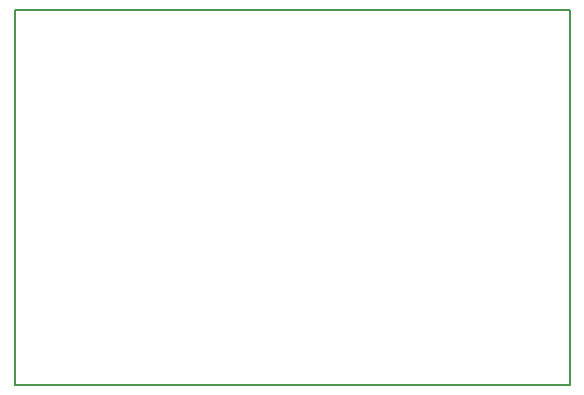
<source format=gbr>
G04 #@! TF.FileFunction,Profile,NP*
%FSLAX46Y46*%
G04 Gerber Fmt 4.6, Leading zero omitted, Abs format (unit mm)*
G04 Created by KiCad (PCBNEW 4.0.4+e1-6308~48~ubuntu14.04.1-stable) date Wed May 10 18:54:36 2017*
%MOMM*%
%LPD*%
G01*
G04 APERTURE LIST*
%ADD10C,0.100000*%
%ADD11C,0.150000*%
G04 APERTURE END LIST*
D10*
D11*
X77470000Y-91440000D02*
X124460000Y-91440000D01*
X124460000Y-59690000D02*
X77470000Y-59690000D01*
X77470000Y-91440000D02*
X77470000Y-59690000D01*
X124460000Y-59690000D02*
X124460000Y-91440000D01*
M02*

</source>
